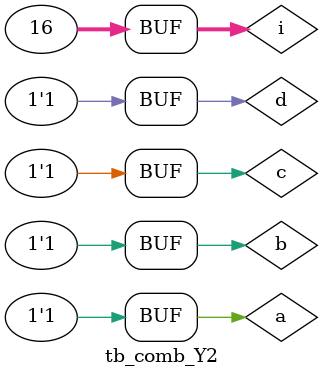
<source format=v>
`timescale 10ns / 1ns
`include "comb_Y2.v"

module tb_comb_Y2();
  reg a, b, c, d;
  wire y;
  integer i;
  
  comb_Y2 c0 (y, a, b, c, d);
  
  initial
  begin
    {a,b,c,d} = 4'b0;
    for (i=0; i<16; i=i+1)
    begin
      {a,b,c,d} = i;
      #1;
    end
  end
  
  initial
    $monitor("time=%4t, ABCD=%b, Y=%b",
              $time, {a,b,c,d}, y);
  
endmodule

</source>
